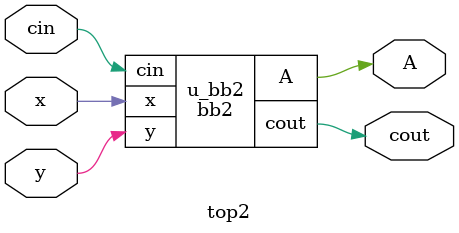
<source format=v>
module bb2
(
 input x,
 input y,
 input cin,

 output A,
 output cout
 );

`ifndef BUG
assign {cout,A} =  cin + y + x;
`else
assign {cout,A} =  cin - y * x;
`endif

endmodule

module top2
(
 input x,
 input y,
 input cin,

 output A,
 output cout
 );

bb2 u_bb2 (x,y,cin,A,cout);

endmodule

</source>
